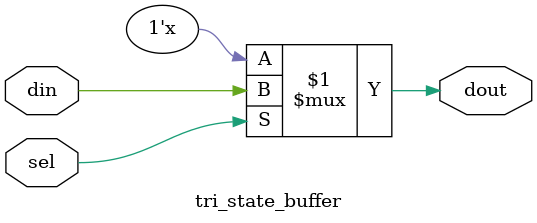
<source format=v>
module tri_state_buffer(
    input din, 
    input sel,
    output dout
);
    // Tri-state buffer, Active-High EN
    bufif1(dout, din, sel);

endmodule
</source>
